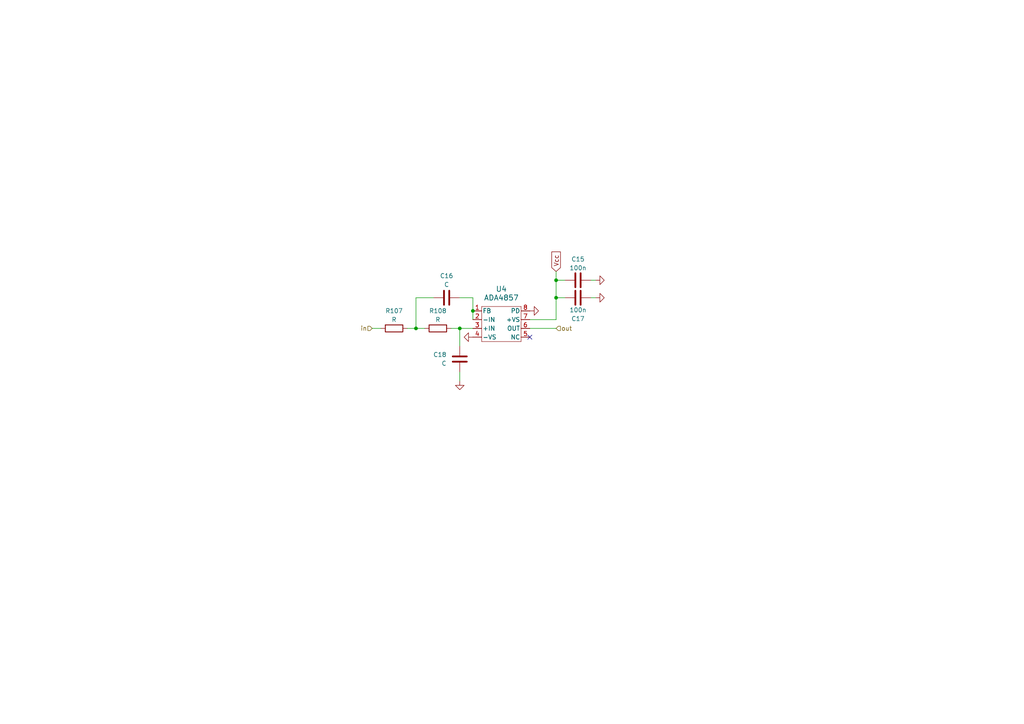
<source format=kicad_sch>
(kicad_sch (version 20250114) (generator "eeschema") (generator_version "9.0")
  (paper "A4")
  (lib_symbols
    (symbol "ADA4857-1YRZ_7" (pin_names (offset 0.254))
      (property "Reference" "U" (at 13.462 5.588 0))
      (property "Value" "ADA4857" (at 13.462 3.048 0))
      (symbol "ADA4857-1YRZ_7_0_1"
        (polyline (pts (xy 7.62 1.27) (xy 7.62 -8.89)) (stroke (width 0.127)))
        (polyline (pts (xy 7.62 -8.89) (xy 19.05 -8.89)) (stroke (width 0.127)))
        (polyline (pts (xy 19.05 1.27) (xy 7.62 1.27)) (stroke (width 0.127)))
        (polyline (pts (xy 19.05 -8.89) (xy 19.05 1.27)) (stroke (width 0.127)))
        (pin unspecified line (at 5.08 0 0) (length 2.54) (name "FB") (number "1"))
        (pin unspecified line (at 5.08 -2.54 0) (length 2.54) (name "-IN") (number "2"))
        (pin unspecified line (at 5.08 -5.08 0) (length 2.54) (name "+IN") (number "3"))
        (pin unspecified line (at 5.08 -7.62 0) (length 2.54) (name "-VS") (number "4"))
        (pin unspecified line (at 21.59 0 180) (length 2.54) (name "PD") (number "8"))
        (pin unspecified line (at 21.59 -2.54 180) (length 2.54) (name "+VS") (number "7"))
        (pin unspecified line (at 21.59 -5.08 180) (length 2.54) (name "OUT") (number "6"))
        (pin unspecified line (at 21.59 -7.62 180) (length 2.54) (name "NC") (number "5"))
      )
    )
    (symbol "Device:C" (pin_numbers (hide yes)) (pin_names (offset 0.254))
      (property "Reference" "C" (at 0.635 2.54 0))
      (property "Value" "C" (at 0.635 -2.54 0))
      (symbol "C_0_1"
        (polyline (pts (xy -2.032 0.762) (xy 2.032 0.762)) (stroke (width 0.508)))
        (polyline (pts (xy -2.032 -0.762) (xy 2.032 -0.762)) (stroke (width 0.508)))
      )
      (symbol "C_1_1"
        (pin passive line (at 0 3.81 270) (length 2.794) (name "~") (number "1"))
        (pin passive line (at 0 -3.81 90) (length 2.794) (name "~") (number "2"))
      )
    )
    (symbol "Device:R" (pin_numbers (hide yes)) (pin_names (offset 0))
      (property "Reference" "R" (at 2.032 0 90))
      (property "Value" "R" (at 0 0 90))
      (symbol "R_0_1"
        (rectangle (start -1.016 -2.54) (end 1.016 2.54) (stroke (width 0.254)))
      )
      (symbol "R_1_1"
        (pin passive line (at 0 3.81 270) (length 1.27) (name "~") (number "1"))
        (pin passive line (at 0 -3.81 90) (length 1.27) (name "~") (number "2"))
      )
    )
    (symbol "power:GND" (power) (pin_numbers (hide yes)) (pin_names (offset 0) (hide yes))
      (property "Value" "GND" (at 0 -3.81 0))
      (symbol "GND_0_1"
        (polyline (pts (xy 0 0) (xy 0 -1.27) (xy 1.27 -1.27) (xy 0 -2.54) (xy -1.27 -1.27) (xy 0 -1.27)))
      )
      (symbol "GND_1_1"
        (pin power_in line (at 0 0 270) (length 0) (name "~") (number "1"))
      )
    )
  )
  (junction (at 137.16 90.17))
  (junction (at 133.35 95.25))
  (junction (at 161.29 81.28))
  (junction (at 161.29 86.36))
  (junction (at 120.65 95.25))
  (no_connect (at 153.67 97.79))
  (wire (pts (xy 130.81 95.25) (xy 133.35 95.25)))
  (wire (pts (xy 125.73 86.36) (xy 120.65 86.36)))
  (wire (pts (xy 120.65 86.36) (xy 120.65 95.25)))
  (wire (pts (xy 133.35 95.25) (xy 133.35 100.33)))
  (wire (pts (xy 161.29 86.36) (xy 161.29 92.71)))
  (wire (pts (xy 161.29 78.74) (xy 161.29 81.28)))
  (wire (pts (xy 161.29 81.28) (xy 163.83 81.28)))
  (wire (pts (xy 161.29 95.25) (xy 153.67 95.25)))
  (wire (pts (xy 133.35 107.95) (xy 133.35 110.49)))
  (wire (pts (xy 171.45 86.36) (xy 172.72 86.36)))
  (wire (pts (xy 137.16 86.36) (xy 137.16 90.17)))
  (wire (pts (xy 161.29 81.28) (xy 161.29 86.36)))
  (wire (pts (xy 171.45 81.28) (xy 172.72 81.28)))
  (wire (pts (xy 161.29 86.36) (xy 163.83 86.36)))
  (wire (pts (xy 107.95 95.25) (xy 110.49 95.25)))
  (wire (pts (xy 133.35 95.25) (xy 137.16 95.25)))
  (wire (pts (xy 120.65 95.25) (xy 123.19 95.25)))
  (wire (pts (xy 118.11 95.25) (xy 120.65 95.25)))
  (wire (pts (xy 137.16 86.36) (xy 133.35 86.36)))
  (wire (pts (xy 137.16 90.17) (xy 137.16 92.71)))
  (wire (pts (xy 161.29 92.71) (xy 153.67 92.71)))
  (global_label "Vcc" (shape input) (at 161.29 78.74 90) (property "Intersheetrefs" "${INTERSHEET_REFS}" (effects (hide yes))))
  (hierarchical_label "out" (shape input) (at 161.29 95.25 0))
  (hierarchical_label "in" (shape input) (at 107.95 95.25 180))
  (symbol (lib_id "power:GND") (at 153.67 90.17 90) (unit 1)
    (property "Reference" "#PWR071" (effects (hide yes)))
    (property "Value" "GND" (effects (hide yes)))
    (property "Description" "Power symbol creates a global label with name \"GND\" , ground" (effects (hide yes)))
    (instances (project "teensytx" (path "" (reference "#PWR081") (unit 1)) (path "" (reference "#PWR019") (unit 1)) (path "" (reference "#PWR071") (unit 1)) (path "" (reference "#PWR076") (unit 1)) (path "" (reference "#PWR086") (unit 1)) (path "" (reference "#PWR014") (unit 1)) (path "" (reference "#PWR09") (unit 1)) (path "" (reference "#PWR024") (unit 1))))
  )
  (symbol (lib_id "power:GND") (at 172.72 86.36 90) (unit 1)
    (property "Reference" "#PWR063" (effects (hide yes)))
    (property "Value" "GND" (effects (hide yes)))
    (property "Description" "Power symbol creates a global label with name \"GND\" , ground" (effects (hide yes)))
    (instances (project "teensytx" (path "" (reference "#PWR080") (unit 1)) (path "" (reference "#PWR018") (unit 1)) (path "" (reference "#PWR063") (unit 1)) (path "" (reference "#PWR075") (unit 1)) (path "" (reference "#PWR085") (unit 1)) (path "" (reference "#PWR013") (unit 1)) (path "" (reference "#PWR08") (unit 1)) (path "" (reference "#PWR023") (unit 1))))
  )
  (symbol (lib_id "Device:C") (at 129.54 86.36 90) (unit 1)
    (property "Reference" "C7" (at 129.54 80.01 90))
    (property "Value" "C" (at 129.54 82.55 90))
    (property "Footprint" "Capacitor_SMD:C_0805_2012Metric_Pad1.18x1.45mm_HandSolder" (effects (hide yes)))
    (property "Description" "Unpolarized capacitor" (effects (hide yes)))
    (instances (project "teensytx" (path "" (reference "C16") (unit 1)) (path "" (reference "C32") (unit 1)) (path "" (reference "C7") (unit 1)) (path "" (reference "C12") (unit 1)) (path "" (reference "C20") (unit 1)) (path "" (reference "C28") (unit 1)) (path "" (reference "C24") (unit 1)) (path "" (reference "C36") (unit 1))))
  )
  (symbol (lib_id "power:GND") (at 133.35 110.49 0) (unit 1)
    (property "Reference" "#PWR073" (effects (hide yes)))
    (property "Value" "GND" (effects (hide yes)))
    (property "Description" "Power symbol creates a global label with name \"GND\" , ground" (effects (hide yes)))
    (instances (project "teensytx" (path "" (reference "#PWR083") (unit 1)) (path "" (reference "#PWR021") (unit 1)) (path "" (reference "#PWR073") (unit 1)) (path "" (reference "#PWR078") (unit 1)) (path "" (reference "#PWR088") (unit 1)) (path "" (reference "#PWR016") (unit 1)) (path "" (reference "#PWR011") (unit 1)) (path "" (reference "#PWR026") (unit 1))))
  )
  (symbol (lib_id "Device:R") (at 127 95.25 90) (unit 1)
    (property "Reference" "R102" (at 127 90.17 90))
    (property "Value" "R" (at 127 92.71 90))
    (property "Footprint" "Resistor_SMD:R_0805_2012Metric_Pad1.20x1.40mm_HandSolder" (effects (hide yes)))
    (property "Description" "Resistor" (effects (hide yes)))
    (instances (project "teensytx" (path "" (reference "R108") (unit 1)) (path "" (reference "R117") (unit 1)) (path "" (reference "R102") (unit 1)) (path "" (reference "R106") (unit 1)) (path "" (reference "R110") (unit 1)) (path "" (reference "R115") (unit 1)) (path "" (reference "R112") (unit 1)) (path "" (reference "R119") (unit 1))))
  )
  (symbol (lib_id "power:GND") (at 172.72 81.28 90) (unit 1)
    (property "Reference" "#PWR062" (effects (hide yes)))
    (property "Value" "GND" (effects (hide yes)))
    (property "Description" "Power symbol creates a global label with name \"GND\" , ground" (effects (hide yes)))
    (instances (project "teensytx" (path "" (reference "#PWR079") (unit 1)) (path "" (reference "#PWR017") (unit 1)) (path "" (reference "#PWR062") (unit 1)) (path "" (reference "#PWR074") (unit 1)) (path "" (reference "#PWR084") (unit 1)) (path "" (reference "#PWR012") (unit 1)) (path "" (reference "#PWR01") (unit 1)) (path "" (reference "#PWR022") (unit 1))))
  )
  (symbol (lib_id "Device:R") (at 114.3 95.25 90) (unit 1)
    (property "Reference" "R101" (at 114.3 90.17 90))
    (property "Value" "R" (at 114.3 92.71 90))
    (property "Footprint" "Resistor_SMD:R_0805_2012Metric_Pad1.20x1.40mm_HandSolder" (effects (hide yes)))
    (property "Description" "Resistor" (effects (hide yes)))
    (instances (project "teensytx" (path "" (reference "R107") (unit 1)) (path "" (reference "R116") (unit 1)) (path "" (reference "R101") (unit 1)) (path "" (reference "R105") (unit 1)) (path "" (reference "R109") (unit 1)) (path "" (reference "R114") (unit 1)) (path "" (reference "R111") (unit 1)) (path "" (reference "R118") (unit 1))))
  )
  (symbol (lib_id "Device:C") (at 133.35 104.14 0) (unit 1)
    (property "Reference" "C59" (at 129.54 102.8699 0) (effects (justify right)))
    (property "Value" "C" (at 129.54 105.4099 0) (effects (justify right)))
    (property "Footprint" "Capacitor_SMD:C_0805_2012Metric_Pad1.18x1.45mm_HandSolder" (effects (hide yes)))
    (property "Description" "Unpolarized capacitor" (effects (hide yes)))
    (instances (project "teensytx" (path "" (reference "C18") (unit 1)) (path "" (reference "C34") (unit 1)) (path "" (reference "C59") (unit 1)) (path "" (reference "C14") (unit 1)) (path "" (reference "C22") (unit 1)) (path "" (reference "C30") (unit 1)) (path "" (reference "C26") (unit 1)) (path "" (reference "C38") (unit 1))))
  )
  (symbol (lib_name "ADA4857-1YRZ_7") (lib_id "ADA4857:ADA4857-1YRZ") (at 132.08 90.17 0) (unit 1)
    (property "Reference" "U2" (at 145.415 83.82 0) (effects (font (size 1.524 1.524))))
    (property "Value" "ADA4857" (at 145.415 86.36 0) (effects (font (size 1.524 1.524))))
    (property "Footprint" "ADA4857:R_8_ADI" (effects (hide yes)))
    (property "Datasheet" "ADA4857-1YRZ" (effects (hide yes)))
    (instances (project "teensytx" (path "" (reference "U4") (unit 1)) (path "" (reference "U8") (unit 1)) (path "" (reference "U2") (unit 1)) (path "" (reference "U3") (unit 1)) (path "" (reference "U5") (unit 1)) (path "" (reference "U7") (unit 1)) (path "" (reference "U6") (unit 1)) (path "" (reference "U9") (unit 1))))
  )
  (symbol (lib_id "power:GND") (at 137.16 97.79 270) (unit 1)
    (property "Reference" "#PWR072" (effects (hide yes)))
    (property "Value" "GND" (effects (hide yes)))
    (property "Description" "Power symbol creates a global label with name \"GND\" , ground" (effects (hide yes)))
    (instances (project "teensytx" (path "" (reference "#PWR082") (unit 1)) (path "" (reference "#PWR020") (unit 1)) (path "" (reference "#PWR072") (unit 1)) (path "" (reference "#PWR077") (unit 1)) (path "" (reference "#PWR087") (unit 1)) (path "" (reference "#PWR015") (unit 1)) (path "" (reference "#PWR010") (unit 1)) (path "" (reference "#PWR025") (unit 1))))
  )
  (symbol (lib_id "Device:C") (at 167.64 81.28 90) (unit 1)
    (property "Reference" "C6" (at 167.64 75.184 90))
    (property "Value" "100n" (at 167.64 77.724 90))
    (property "Footprint" "Capacitor_SMD:C_0805_2012Metric_Pad1.18x1.45mm_HandSolder" (effects (hide yes)))
    (property "Description" "Unpolarized capacitor" (effects (hide yes)))
    (instances (project "teensytx" (path "" (reference "C15") (unit 1)) (path "" (reference "C31") (unit 1)) (path "" (reference "C6") (unit 1)) (path "" (reference "C11") (unit 1)) (path "" (reference "C19") (unit 1)) (path "" (reference "C27") (unit 1)) (path "" (reference "C23") (unit 1)) (path "" (reference "C35") (unit 1))))
  )
  (symbol (lib_id "Device:C") (at 167.64 86.36 90) (mirror x) (unit 1)
    (property "Reference" "C8" (at 167.64 92.456 90))
    (property "Value" "100n" (at 167.64 89.916 90))
    (property "Footprint" "Capacitor_SMD:C_0805_2012Metric_Pad1.18x1.45mm_HandSolder" (effects (hide yes)))
    (property "Description" "Unpolarized capacitor" (effects (hide yes)))
    (instances (project "teensytx" (path "" (reference "C17") (unit 1)) (path "" (reference "C33") (unit 1)) (path "" (reference "C8") (unit 1)) (path "" (reference "C13") (unit 1)) (path "" (reference "C21") (unit 1)) (path "" (reference "C29") (unit 1)) (path "" (reference "C25") (unit 1)) (path "" (reference "C37") (unit 1))))
  )
)
</source>
